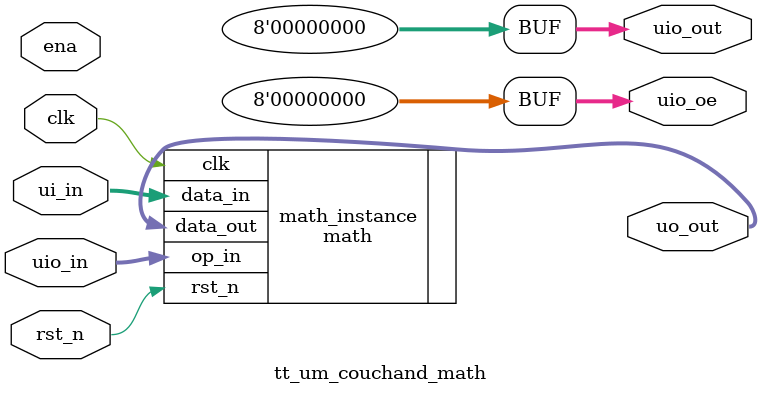
<source format=v>
/*
 * Copyright (c) 2024 Andrew Dona-Couch
 * SPDX-License-Identifier: Apache-2.0
 */

`define default_netname none

module tt_um_couchand_math (
    input  wire [7:0] ui_in,    // Dedicated inputs
    output wire [7:0] uo_out,   // Dedicated outputs
    input  wire [7:0] uio_in,   // IOs: Input path
    output wire [7:0] uio_out,  // IOs: Output path
    output wire [7:0] uio_oe,   // IOs: Enable path (active high: 0=input, 1=output)
    input  wire       ena,      // will go high when the design is enabled
    input  wire       clk,      // clock
    input  wire       rst_n     // reset_n - low to reset
);

  assign uio_out = 0;
  assign uio_oe  = 0;

  math math_instance(
    .clk(clk),
    .rst_n(rst_n),
    .data_in(ui_in),
    .data_out(uo_out),
    .op_in(uio_in)
  );

endmodule

</source>
